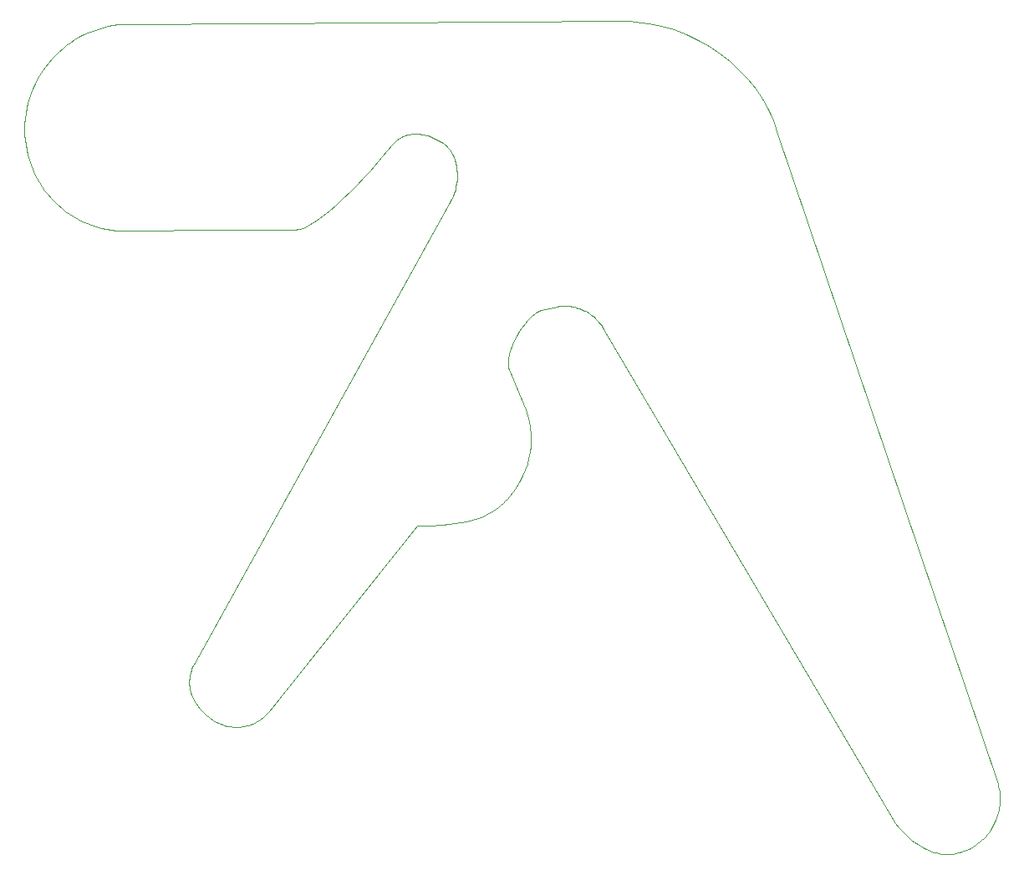
<source format=gbr>
%TF.GenerationSoftware,KiCad,Pcbnew,8.0.6*%
%TF.CreationDate,2025-04-24T17:11:33-04:00*%
%TF.ProjectId,hcsolder,6863736f-6c64-4657-922e-6b696361645f,rev?*%
%TF.SameCoordinates,Original*%
%TF.FileFunction,Profile,NP*%
%FSLAX46Y46*%
G04 Gerber Fmt 4.6, Leading zero omitted, Abs format (unit mm)*
G04 Created by KiCad (PCBNEW 8.0.6) date 2025-04-24 17:11:33*
%MOMM*%
%LPD*%
G01*
G04 APERTURE LIST*
%TA.AperFunction,Profile*%
%ADD10C,0.000000*%
%TD*%
G04 APERTURE END LIST*
D10*
X151833539Y-67805479D02*
X152492841Y-67846236D01*
X153149534Y-67915853D01*
X153802663Y-68013545D01*
X155094419Y-68290017D01*
X156360481Y-68669377D01*
X157593221Y-69145354D01*
X158785012Y-69711673D01*
X159928227Y-70362061D01*
X161015238Y-71090244D01*
X162038417Y-71889948D01*
X162990137Y-72754899D01*
X163862770Y-73678825D01*
X164648688Y-74655451D01*
X165340264Y-75678504D01*
X165929871Y-76741710D01*
X166184051Y-77286411D01*
X166409879Y-77838796D01*
X166606401Y-78398084D01*
X166772664Y-78963488D01*
X189170887Y-145060992D01*
X189250023Y-145316581D01*
X189313036Y-145576218D01*
X189360281Y-145839241D01*
X189392108Y-146104984D01*
X189408872Y-146372784D01*
X189410924Y-146641976D01*
X189398618Y-146911898D01*
X189372305Y-147181884D01*
X189332340Y-147451270D01*
X189279074Y-147719393D01*
X189212861Y-147985588D01*
X189134052Y-148249192D01*
X189043001Y-148509540D01*
X188940061Y-148765968D01*
X188699921Y-149264410D01*
X188416455Y-149739203D01*
X188259357Y-149966072D01*
X188092485Y-150185037D01*
X187916192Y-150395434D01*
X187730832Y-150596599D01*
X187536756Y-150787867D01*
X187334317Y-150968576D01*
X187123868Y-151138059D01*
X186905762Y-151295655D01*
X186680351Y-151440698D01*
X186447989Y-151572525D01*
X186209027Y-151690471D01*
X185963819Y-151793873D01*
X185712717Y-151882066D01*
X185456074Y-151954386D01*
X185315057Y-152010590D01*
X185144786Y-152064637D01*
X184913339Y-152121572D01*
X184624717Y-152170590D01*
X184460215Y-152188753D01*
X184282919Y-152200885D01*
X184093329Y-152205635D01*
X183891944Y-152201651D01*
X183679266Y-152187585D01*
X183455794Y-152162084D01*
X183222027Y-152123798D01*
X182978467Y-152071377D01*
X182725612Y-152003469D01*
X182463964Y-151918725D01*
X182194021Y-151815792D01*
X181916283Y-151693321D01*
X181631252Y-151549960D01*
X181339426Y-151384360D01*
X181041306Y-151195169D01*
X180737392Y-150981037D01*
X180428184Y-150740612D01*
X180114181Y-150472545D01*
X179795883Y-150175485D01*
X179473792Y-149848080D01*
X179148406Y-149488980D01*
X178820225Y-149096835D01*
X149249913Y-98998061D01*
X149161211Y-98844821D01*
X149067199Y-98696044D01*
X148968045Y-98551815D01*
X148863917Y-98412213D01*
X148754983Y-98277322D01*
X148641412Y-98147223D01*
X148523370Y-98021999D01*
X148401026Y-97901732D01*
X148274548Y-97786502D01*
X148144104Y-97676394D01*
X148009861Y-97571488D01*
X147871988Y-97471866D01*
X147730653Y-97377612D01*
X147586023Y-97288806D01*
X147438267Y-97205530D01*
X147287553Y-97127868D01*
X147134048Y-97055900D01*
X146977920Y-96989709D01*
X146819338Y-96929378D01*
X146658468Y-96874987D01*
X146495481Y-96826619D01*
X146330542Y-96784356D01*
X146163820Y-96748280D01*
X145995484Y-96718473D01*
X145825700Y-96695018D01*
X145654638Y-96677995D01*
X145482465Y-96667488D01*
X145309348Y-96663578D01*
X145135456Y-96666348D01*
X144960957Y-96675878D01*
X144786019Y-96692252D01*
X144610810Y-96715552D01*
X142896283Y-97075389D01*
X142729717Y-97153769D01*
X142562408Y-97246848D01*
X142394854Y-97353860D01*
X142227551Y-97474042D01*
X142060998Y-97606628D01*
X141895692Y-97750855D01*
X141732130Y-97905960D01*
X141570809Y-98071176D01*
X141256882Y-98428891D01*
X140957889Y-98817885D01*
X140677810Y-99232047D01*
X140420624Y-99665262D01*
X140190311Y-100111417D01*
X139990848Y-100564398D01*
X139903930Y-100791538D01*
X139826216Y-101018093D01*
X139758205Y-101243297D01*
X139700394Y-101466387D01*
X139653280Y-101686598D01*
X139617361Y-101903167D01*
X139593133Y-102115329D01*
X139581095Y-102322321D01*
X139581744Y-102523377D01*
X139595576Y-102717734D01*
X139623091Y-102904627D01*
X139664784Y-103083293D01*
X141153531Y-106522933D01*
X141386965Y-107120476D01*
X141575527Y-107727543D01*
X141719576Y-108341835D01*
X141819465Y-108961051D01*
X141875554Y-109582893D01*
X141888197Y-110205061D01*
X141857751Y-110825255D01*
X141784574Y-111441175D01*
X141669021Y-112050521D01*
X141511450Y-112650995D01*
X141312216Y-113240296D01*
X141071676Y-113816124D01*
X140790187Y-114376181D01*
X140468106Y-114918166D01*
X140105788Y-115439780D01*
X139703591Y-115938723D01*
X139491921Y-116182147D01*
X139276344Y-116419367D01*
X139054398Y-116641874D01*
X138826268Y-116850170D01*
X138592137Y-117044757D01*
X138352190Y-117226135D01*
X138106611Y-117394805D01*
X137855584Y-117551269D01*
X137599293Y-117696028D01*
X137337922Y-117829584D01*
X137071655Y-117952437D01*
X136525171Y-118168041D01*
X135961312Y-118346852D01*
X135381553Y-118492878D01*
X134787365Y-118610130D01*
X134180222Y-118702619D01*
X133561596Y-118774354D01*
X132932960Y-118829346D01*
X131651550Y-118905139D01*
X130347775Y-118962081D01*
X115379172Y-137694880D01*
X115221958Y-137881081D01*
X115056905Y-138056017D01*
X114884501Y-138219667D01*
X114705239Y-138372013D01*
X114519606Y-138513033D01*
X114328095Y-138642708D01*
X114131196Y-138761018D01*
X113929398Y-138867943D01*
X113723191Y-138963463D01*
X113513068Y-139047557D01*
X113299516Y-139120207D01*
X113083028Y-139181391D01*
X112864092Y-139231089D01*
X112643200Y-139269282D01*
X112420841Y-139295950D01*
X112197507Y-139311073D01*
X111973686Y-139314630D01*
X111749870Y-139306602D01*
X111526549Y-139286968D01*
X111304214Y-139255709D01*
X111083353Y-139212804D01*
X110864458Y-139158234D01*
X110648019Y-139091979D01*
X110434527Y-139014017D01*
X110224471Y-138924331D01*
X110018341Y-138822898D01*
X109816629Y-138709700D01*
X109619825Y-138584716D01*
X109428418Y-138447927D01*
X109242899Y-138299312D01*
X109063758Y-138138851D01*
X108891486Y-137966525D01*
X108309391Y-137349154D01*
X108206826Y-137236320D01*
X108109493Y-137120184D01*
X108017413Y-137000918D01*
X107930611Y-136878692D01*
X107772927Y-136626049D01*
X107636623Y-136363622D01*
X107521878Y-136092783D01*
X107428873Y-135814900D01*
X107357790Y-135531342D01*
X107308809Y-135243480D01*
X107282112Y-134952683D01*
X107277879Y-134660319D01*
X107296291Y-134367760D01*
X107337528Y-134076373D01*
X107401772Y-133787529D01*
X107489204Y-133502597D01*
X107541672Y-133362026D01*
X107600005Y-133222946D01*
X107664225Y-133085529D01*
X107734354Y-132949946D01*
X133706269Y-86177910D01*
X133865582Y-85861000D01*
X134004777Y-85536912D01*
X134123746Y-85206985D01*
X134222380Y-84872556D01*
X134300570Y-84534965D01*
X134358208Y-84195549D01*
X134395186Y-83855648D01*
X134411395Y-83516600D01*
X134406726Y-83179742D01*
X134381070Y-82846415D01*
X134334321Y-82517955D01*
X134266368Y-82195702D01*
X134177103Y-81880993D01*
X134066418Y-81575168D01*
X133934205Y-81279565D01*
X133780354Y-80995522D01*
X133732518Y-80918947D01*
X133681068Y-80844009D01*
X133626170Y-80770712D01*
X133567994Y-80699060D01*
X133506707Y-80629056D01*
X133442476Y-80560704D01*
X133305859Y-80428974D01*
X133159484Y-80303899D01*
X133004697Y-80185512D01*
X132842840Y-80073842D01*
X132675258Y-79968922D01*
X132503293Y-79870782D01*
X132328290Y-79779453D01*
X132151592Y-79694965D01*
X131974542Y-79617351D01*
X131798485Y-79546641D01*
X131624764Y-79482867D01*
X131454722Y-79426058D01*
X131289704Y-79376246D01*
X131059256Y-79318645D01*
X130823960Y-79275606D01*
X130585254Y-79247306D01*
X130344574Y-79233920D01*
X130103356Y-79235623D01*
X129863038Y-79252592D01*
X129625055Y-79285002D01*
X129390845Y-79333029D01*
X129161844Y-79396849D01*
X128939489Y-79476637D01*
X128725216Y-79572569D01*
X128520462Y-79684820D01*
X128326664Y-79813567D01*
X128145257Y-79958985D01*
X128059650Y-80038001D01*
X127977680Y-80121250D01*
X127899526Y-80208755D01*
X127825367Y-80300538D01*
X127356460Y-80895443D01*
X126825158Y-81538449D01*
X125612864Y-82921057D01*
X124950622Y-83636804D01*
X124263482Y-84352944D01*
X123560818Y-85057550D01*
X122852004Y-85738694D01*
X122146415Y-86384450D01*
X121453425Y-86982890D01*
X120782407Y-87522087D01*
X120142738Y-87990114D01*
X119543790Y-88375045D01*
X118994938Y-88664951D01*
X118742227Y-88770543D01*
X118505556Y-88847906D01*
X118286096Y-88895549D01*
X118085019Y-88911982D01*
X110263369Y-88959608D01*
X100946798Y-89060151D01*
X100414209Y-89052757D01*
X99888464Y-89018449D01*
X99370226Y-88957886D01*
X98860159Y-88871728D01*
X98358927Y-88760637D01*
X97867192Y-88625271D01*
X97385618Y-88466291D01*
X96914869Y-88284358D01*
X96455607Y-88080131D01*
X96008497Y-87854270D01*
X95574201Y-87607436D01*
X95153384Y-87340290D01*
X94746708Y-87053490D01*
X94354837Y-86747698D01*
X93978434Y-86423573D01*
X93618163Y-86081776D01*
X93274687Y-85722967D01*
X92948669Y-85347806D01*
X92640773Y-84956953D01*
X92351663Y-84551068D01*
X92082002Y-84130812D01*
X91832452Y-83696845D01*
X91603678Y-83249826D01*
X91396344Y-82790417D01*
X91211111Y-82319277D01*
X91048644Y-81837066D01*
X90909607Y-81344445D01*
X90794662Y-80842074D01*
X90704473Y-80330612D01*
X90639703Y-79810721D01*
X90601016Y-79283060D01*
X90589076Y-78748290D01*
X90604356Y-78203266D01*
X90646456Y-77665351D01*
X90714720Y-77135203D01*
X90808497Y-76613482D01*
X90927134Y-76100844D01*
X91069977Y-75597951D01*
X91236373Y-75105460D01*
X91425669Y-74624031D01*
X91637212Y-74154322D01*
X91870349Y-73696993D01*
X92124427Y-73252701D01*
X92398793Y-72822107D01*
X92692794Y-72405869D01*
X93005776Y-72004645D01*
X93337087Y-71619095D01*
X93686073Y-71249878D01*
X94052082Y-70897652D01*
X94434461Y-70563077D01*
X94832556Y-70246811D01*
X95245714Y-69949513D01*
X95673282Y-69671842D01*
X96114608Y-69414457D01*
X96569037Y-69178016D01*
X97035918Y-68963180D01*
X97514596Y-68770606D01*
X98004419Y-68600953D01*
X98504734Y-68454881D01*
X99014888Y-68333048D01*
X99534227Y-68236113D01*
X100062099Y-68164735D01*
X100597851Y-68119573D01*
X101140829Y-68101286D01*
X101140829Y-68101287D01*
X151172581Y-67794365D01*
X151833539Y-67805479D01*
M02*

</source>
